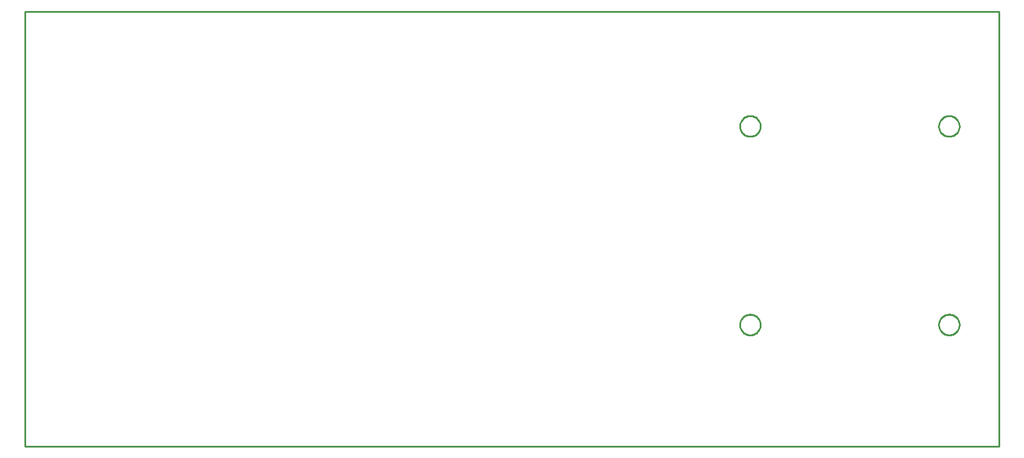
<source format=gbr>
G04 EAGLE Gerber RS-274X export*
G75*
%MOMM*%
%FSLAX34Y34*%
%LPD*%
%IN*%
%IPPOS*%
%AMOC8*
5,1,8,0,0,1.08239X$1,22.5*%
G01*
G04 Define Apertures*
%ADD10C,0.254000*%
D10*
X0Y-50800D02*
X1419100Y-50800D01*
X1419100Y584100D01*
X0Y584100D01*
X0Y-50800D01*
X1057176Y141560D02*
X1058244Y141484D01*
X1059305Y141331D01*
X1060352Y141103D01*
X1061380Y140801D01*
X1062384Y140427D01*
X1063359Y139982D01*
X1064299Y139468D01*
X1065200Y138889D01*
X1066058Y138247D01*
X1066868Y137545D01*
X1067625Y136788D01*
X1068327Y135978D01*
X1068969Y135120D01*
X1069548Y134219D01*
X1070062Y133279D01*
X1070507Y132304D01*
X1070881Y131300D01*
X1071183Y130272D01*
X1071411Y129225D01*
X1071564Y128164D01*
X1071640Y127096D01*
X1071640Y126024D01*
X1071564Y124956D01*
X1071411Y123895D01*
X1071183Y122848D01*
X1070881Y121820D01*
X1070507Y120816D01*
X1070062Y119841D01*
X1069548Y118901D01*
X1068969Y118000D01*
X1068327Y117142D01*
X1067625Y116332D01*
X1066868Y115575D01*
X1066058Y114873D01*
X1065200Y114231D01*
X1064299Y113652D01*
X1063359Y113138D01*
X1062384Y112693D01*
X1061380Y112319D01*
X1060352Y112017D01*
X1059305Y111789D01*
X1058244Y111636D01*
X1057176Y111560D01*
X1056104Y111560D01*
X1055036Y111636D01*
X1053975Y111789D01*
X1052928Y112017D01*
X1051900Y112319D01*
X1050896Y112693D01*
X1049921Y113138D01*
X1048981Y113652D01*
X1048080Y114231D01*
X1047222Y114873D01*
X1046412Y115575D01*
X1045655Y116332D01*
X1044953Y117142D01*
X1044311Y118000D01*
X1043732Y118901D01*
X1043218Y119841D01*
X1042773Y120816D01*
X1042399Y121820D01*
X1042097Y122848D01*
X1041869Y123895D01*
X1041716Y124956D01*
X1041640Y126024D01*
X1041640Y127096D01*
X1041716Y128164D01*
X1041869Y129225D01*
X1042097Y130272D01*
X1042399Y131300D01*
X1042773Y132304D01*
X1043218Y133279D01*
X1043732Y134219D01*
X1044311Y135120D01*
X1044953Y135978D01*
X1045655Y136788D01*
X1046412Y137545D01*
X1047222Y138247D01*
X1048080Y138889D01*
X1048981Y139468D01*
X1049921Y139982D01*
X1050896Y140427D01*
X1051900Y140801D01*
X1052928Y141103D01*
X1053975Y141331D01*
X1055036Y141484D01*
X1056104Y141560D01*
X1057176Y141560D01*
X1057176Y431560D02*
X1058244Y431484D01*
X1059305Y431331D01*
X1060352Y431103D01*
X1061380Y430801D01*
X1062384Y430427D01*
X1063359Y429982D01*
X1064299Y429468D01*
X1065200Y428889D01*
X1066058Y428247D01*
X1066868Y427545D01*
X1067625Y426788D01*
X1068327Y425978D01*
X1068969Y425120D01*
X1069548Y424219D01*
X1070062Y423279D01*
X1070507Y422304D01*
X1070881Y421300D01*
X1071183Y420272D01*
X1071411Y419225D01*
X1071564Y418164D01*
X1071640Y417096D01*
X1071640Y416024D01*
X1071564Y414956D01*
X1071411Y413895D01*
X1071183Y412848D01*
X1070881Y411820D01*
X1070507Y410816D01*
X1070062Y409841D01*
X1069548Y408901D01*
X1068969Y408000D01*
X1068327Y407142D01*
X1067625Y406332D01*
X1066868Y405575D01*
X1066058Y404873D01*
X1065200Y404231D01*
X1064299Y403652D01*
X1063359Y403138D01*
X1062384Y402693D01*
X1061380Y402319D01*
X1060352Y402017D01*
X1059305Y401789D01*
X1058244Y401636D01*
X1057176Y401560D01*
X1056104Y401560D01*
X1055036Y401636D01*
X1053975Y401789D01*
X1052928Y402017D01*
X1051900Y402319D01*
X1050896Y402693D01*
X1049921Y403138D01*
X1048981Y403652D01*
X1048080Y404231D01*
X1047222Y404873D01*
X1046412Y405575D01*
X1045655Y406332D01*
X1044953Y407142D01*
X1044311Y408000D01*
X1043732Y408901D01*
X1043218Y409841D01*
X1042773Y410816D01*
X1042399Y411820D01*
X1042097Y412848D01*
X1041869Y413895D01*
X1041716Y414956D01*
X1041640Y416024D01*
X1041640Y417096D01*
X1041716Y418164D01*
X1041869Y419225D01*
X1042097Y420272D01*
X1042399Y421300D01*
X1042773Y422304D01*
X1043218Y423279D01*
X1043732Y424219D01*
X1044311Y425120D01*
X1044953Y425978D01*
X1045655Y426788D01*
X1046412Y427545D01*
X1047222Y428247D01*
X1048080Y428889D01*
X1048981Y429468D01*
X1049921Y429982D01*
X1050896Y430427D01*
X1051900Y430801D01*
X1052928Y431103D01*
X1053975Y431331D01*
X1055036Y431484D01*
X1056104Y431560D01*
X1057176Y431560D01*
X1347176Y431560D02*
X1348244Y431484D01*
X1349305Y431331D01*
X1350352Y431103D01*
X1351380Y430801D01*
X1352384Y430427D01*
X1353359Y429982D01*
X1354299Y429468D01*
X1355200Y428889D01*
X1356058Y428247D01*
X1356868Y427545D01*
X1357625Y426788D01*
X1358327Y425978D01*
X1358969Y425120D01*
X1359548Y424219D01*
X1360062Y423279D01*
X1360507Y422304D01*
X1360881Y421300D01*
X1361183Y420272D01*
X1361411Y419225D01*
X1361564Y418164D01*
X1361640Y417096D01*
X1361640Y416024D01*
X1361564Y414956D01*
X1361411Y413895D01*
X1361183Y412848D01*
X1360881Y411820D01*
X1360507Y410816D01*
X1360062Y409841D01*
X1359548Y408901D01*
X1358969Y408000D01*
X1358327Y407142D01*
X1357625Y406332D01*
X1356868Y405575D01*
X1356058Y404873D01*
X1355200Y404231D01*
X1354299Y403652D01*
X1353359Y403138D01*
X1352384Y402693D01*
X1351380Y402319D01*
X1350352Y402017D01*
X1349305Y401789D01*
X1348244Y401636D01*
X1347176Y401560D01*
X1346104Y401560D01*
X1345036Y401636D01*
X1343975Y401789D01*
X1342928Y402017D01*
X1341900Y402319D01*
X1340896Y402693D01*
X1339921Y403138D01*
X1338981Y403652D01*
X1338080Y404231D01*
X1337222Y404873D01*
X1336412Y405575D01*
X1335655Y406332D01*
X1334953Y407142D01*
X1334311Y408000D01*
X1333732Y408901D01*
X1333218Y409841D01*
X1332773Y410816D01*
X1332399Y411820D01*
X1332097Y412848D01*
X1331869Y413895D01*
X1331716Y414956D01*
X1331640Y416024D01*
X1331640Y417096D01*
X1331716Y418164D01*
X1331869Y419225D01*
X1332097Y420272D01*
X1332399Y421300D01*
X1332773Y422304D01*
X1333218Y423279D01*
X1333732Y424219D01*
X1334311Y425120D01*
X1334953Y425978D01*
X1335655Y426788D01*
X1336412Y427545D01*
X1337222Y428247D01*
X1338080Y428889D01*
X1338981Y429468D01*
X1339921Y429982D01*
X1340896Y430427D01*
X1341900Y430801D01*
X1342928Y431103D01*
X1343975Y431331D01*
X1345036Y431484D01*
X1346104Y431560D01*
X1347176Y431560D01*
X1347176Y141560D02*
X1348244Y141484D01*
X1349305Y141331D01*
X1350352Y141103D01*
X1351380Y140801D01*
X1352384Y140427D01*
X1353359Y139982D01*
X1354299Y139468D01*
X1355200Y138889D01*
X1356058Y138247D01*
X1356868Y137545D01*
X1357625Y136788D01*
X1358327Y135978D01*
X1358969Y135120D01*
X1359548Y134219D01*
X1360062Y133279D01*
X1360507Y132304D01*
X1360881Y131300D01*
X1361183Y130272D01*
X1361411Y129225D01*
X1361564Y128164D01*
X1361640Y127096D01*
X1361640Y126024D01*
X1361564Y124956D01*
X1361411Y123895D01*
X1361183Y122848D01*
X1360881Y121820D01*
X1360507Y120816D01*
X1360062Y119841D01*
X1359548Y118901D01*
X1358969Y118000D01*
X1358327Y117142D01*
X1357625Y116332D01*
X1356868Y115575D01*
X1356058Y114873D01*
X1355200Y114231D01*
X1354299Y113652D01*
X1353359Y113138D01*
X1352384Y112693D01*
X1351380Y112319D01*
X1350352Y112017D01*
X1349305Y111789D01*
X1348244Y111636D01*
X1347176Y111560D01*
X1346104Y111560D01*
X1345036Y111636D01*
X1343975Y111789D01*
X1342928Y112017D01*
X1341900Y112319D01*
X1340896Y112693D01*
X1339921Y113138D01*
X1338981Y113652D01*
X1338080Y114231D01*
X1337222Y114873D01*
X1336412Y115575D01*
X1335655Y116332D01*
X1334953Y117142D01*
X1334311Y118000D01*
X1333732Y118901D01*
X1333218Y119841D01*
X1332773Y120816D01*
X1332399Y121820D01*
X1332097Y122848D01*
X1331869Y123895D01*
X1331716Y124956D01*
X1331640Y126024D01*
X1331640Y127096D01*
X1331716Y128164D01*
X1331869Y129225D01*
X1332097Y130272D01*
X1332399Y131300D01*
X1332773Y132304D01*
X1333218Y133279D01*
X1333732Y134219D01*
X1334311Y135120D01*
X1334953Y135978D01*
X1335655Y136788D01*
X1336412Y137545D01*
X1337222Y138247D01*
X1338080Y138889D01*
X1338981Y139468D01*
X1339921Y139982D01*
X1340896Y140427D01*
X1341900Y140801D01*
X1342928Y141103D01*
X1343975Y141331D01*
X1345036Y141484D01*
X1346104Y141560D01*
X1347176Y141560D01*
M02*

</source>
